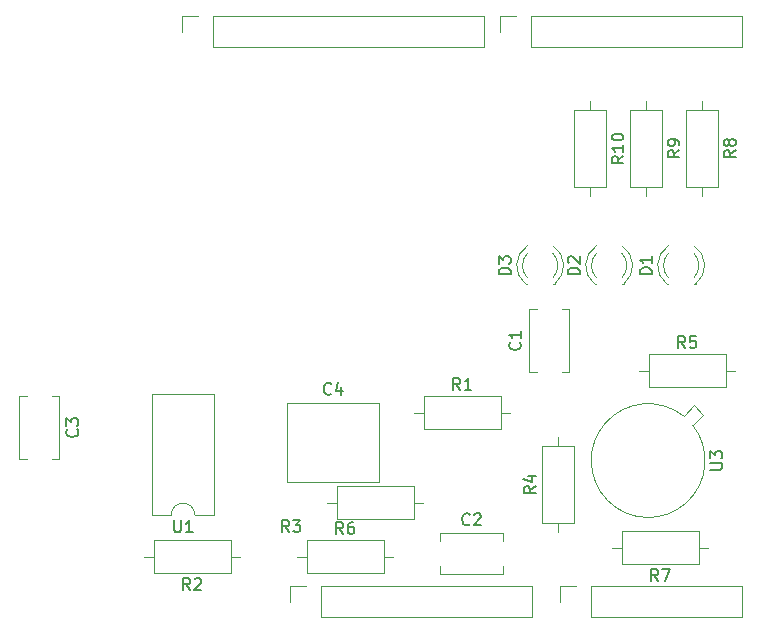
<source format=gbr>
%TF.GenerationSoftware,KiCad,Pcbnew,7.0.8*%
%TF.CreationDate,2025-01-06T14:28:22+01:00*%
%TF.ProjectId,Arduino_UNO,41726475-696e-46f5-9f55-4e4f2e6b6963,rev?*%
%TF.SameCoordinates,Original*%
%TF.FileFunction,Legend,Top*%
%TF.FilePolarity,Positive*%
%FSLAX46Y46*%
G04 Gerber Fmt 4.6, Leading zero omitted, Abs format (unit mm)*
G04 Created by KiCad (PCBNEW 7.0.8) date 2025-01-06 14:28:22*
%MOMM*%
%LPD*%
G01*
G04 APERTURE LIST*
%ADD10C,0.150000*%
%ADD11C,0.120000*%
G04 APERTURE END LIST*
D10*
X141783333Y-90905580D02*
X141735714Y-90953200D01*
X141735714Y-90953200D02*
X141592857Y-91000819D01*
X141592857Y-91000819D02*
X141497619Y-91000819D01*
X141497619Y-91000819D02*
X141354762Y-90953200D01*
X141354762Y-90953200D02*
X141259524Y-90857961D01*
X141259524Y-90857961D02*
X141211905Y-90762723D01*
X141211905Y-90762723D02*
X141164286Y-90572247D01*
X141164286Y-90572247D02*
X141164286Y-90429390D01*
X141164286Y-90429390D02*
X141211905Y-90238914D01*
X141211905Y-90238914D02*
X141259524Y-90143676D01*
X141259524Y-90143676D02*
X141354762Y-90048438D01*
X141354762Y-90048438D02*
X141497619Y-90000819D01*
X141497619Y-90000819D02*
X141592857Y-90000819D01*
X141592857Y-90000819D02*
X141735714Y-90048438D01*
X141735714Y-90048438D02*
X141783333Y-90096057D01*
X142164286Y-90096057D02*
X142211905Y-90048438D01*
X142211905Y-90048438D02*
X142307143Y-90000819D01*
X142307143Y-90000819D02*
X142545238Y-90000819D01*
X142545238Y-90000819D02*
X142640476Y-90048438D01*
X142640476Y-90048438D02*
X142688095Y-90096057D01*
X142688095Y-90096057D02*
X142735714Y-90191295D01*
X142735714Y-90191295D02*
X142735714Y-90286533D01*
X142735714Y-90286533D02*
X142688095Y-90429390D01*
X142688095Y-90429390D02*
X142116667Y-91000819D01*
X142116667Y-91000819D02*
X142735714Y-91000819D01*
X118121333Y-96474819D02*
X117788000Y-95998628D01*
X117549905Y-96474819D02*
X117549905Y-95474819D01*
X117549905Y-95474819D02*
X117930857Y-95474819D01*
X117930857Y-95474819D02*
X118026095Y-95522438D01*
X118026095Y-95522438D02*
X118073714Y-95570057D01*
X118073714Y-95570057D02*
X118121333Y-95665295D01*
X118121333Y-95665295D02*
X118121333Y-95808152D01*
X118121333Y-95808152D02*
X118073714Y-95903390D01*
X118073714Y-95903390D02*
X118026095Y-95951009D01*
X118026095Y-95951009D02*
X117930857Y-95998628D01*
X117930857Y-95998628D02*
X117549905Y-95998628D01*
X118502286Y-95570057D02*
X118549905Y-95522438D01*
X118549905Y-95522438D02*
X118645143Y-95474819D01*
X118645143Y-95474819D02*
X118883238Y-95474819D01*
X118883238Y-95474819D02*
X118978476Y-95522438D01*
X118978476Y-95522438D02*
X119026095Y-95570057D01*
X119026095Y-95570057D02*
X119073714Y-95665295D01*
X119073714Y-95665295D02*
X119073714Y-95760533D01*
X119073714Y-95760533D02*
X119026095Y-95903390D01*
X119026095Y-95903390D02*
X118454667Y-96474819D01*
X118454667Y-96474819D02*
X119073714Y-96474819D01*
X157745333Y-95712819D02*
X157412000Y-95236628D01*
X157173905Y-95712819D02*
X157173905Y-94712819D01*
X157173905Y-94712819D02*
X157554857Y-94712819D01*
X157554857Y-94712819D02*
X157650095Y-94760438D01*
X157650095Y-94760438D02*
X157697714Y-94808057D01*
X157697714Y-94808057D02*
X157745333Y-94903295D01*
X157745333Y-94903295D02*
X157745333Y-95046152D01*
X157745333Y-95046152D02*
X157697714Y-95141390D01*
X157697714Y-95141390D02*
X157650095Y-95189009D01*
X157650095Y-95189009D02*
X157554857Y-95236628D01*
X157554857Y-95236628D02*
X157173905Y-95236628D01*
X158078667Y-94712819D02*
X158745333Y-94712819D01*
X158745333Y-94712819D02*
X158316762Y-95712819D01*
X126503333Y-91564819D02*
X126170000Y-91088628D01*
X125931905Y-91564819D02*
X125931905Y-90564819D01*
X125931905Y-90564819D02*
X126312857Y-90564819D01*
X126312857Y-90564819D02*
X126408095Y-90612438D01*
X126408095Y-90612438D02*
X126455714Y-90660057D01*
X126455714Y-90660057D02*
X126503333Y-90755295D01*
X126503333Y-90755295D02*
X126503333Y-90898152D01*
X126503333Y-90898152D02*
X126455714Y-90993390D01*
X126455714Y-90993390D02*
X126408095Y-91041009D01*
X126408095Y-91041009D02*
X126312857Y-91088628D01*
X126312857Y-91088628D02*
X125931905Y-91088628D01*
X126836667Y-90564819D02*
X127455714Y-90564819D01*
X127455714Y-90564819D02*
X127122381Y-90945771D01*
X127122381Y-90945771D02*
X127265238Y-90945771D01*
X127265238Y-90945771D02*
X127360476Y-90993390D01*
X127360476Y-90993390D02*
X127408095Y-91041009D01*
X127408095Y-91041009D02*
X127455714Y-91136247D01*
X127455714Y-91136247D02*
X127455714Y-91374342D01*
X127455714Y-91374342D02*
X127408095Y-91469580D01*
X127408095Y-91469580D02*
X127360476Y-91517200D01*
X127360476Y-91517200D02*
X127265238Y-91564819D01*
X127265238Y-91564819D02*
X126979524Y-91564819D01*
X126979524Y-91564819D02*
X126884286Y-91517200D01*
X126884286Y-91517200D02*
X126836667Y-91469580D01*
X116754095Y-90598819D02*
X116754095Y-91408342D01*
X116754095Y-91408342D02*
X116801714Y-91503580D01*
X116801714Y-91503580D02*
X116849333Y-91551200D01*
X116849333Y-91551200D02*
X116944571Y-91598819D01*
X116944571Y-91598819D02*
X117135047Y-91598819D01*
X117135047Y-91598819D02*
X117230285Y-91551200D01*
X117230285Y-91551200D02*
X117277904Y-91503580D01*
X117277904Y-91503580D02*
X117325523Y-91408342D01*
X117325523Y-91408342D02*
X117325523Y-90598819D01*
X118325523Y-91598819D02*
X117754095Y-91598819D01*
X118039809Y-91598819D02*
X118039809Y-90598819D01*
X118039809Y-90598819D02*
X117944571Y-90741676D01*
X117944571Y-90741676D02*
X117849333Y-90836914D01*
X117849333Y-90836914D02*
X117754095Y-90884533D01*
X130059333Y-79857580D02*
X130011714Y-79905200D01*
X130011714Y-79905200D02*
X129868857Y-79952819D01*
X129868857Y-79952819D02*
X129773619Y-79952819D01*
X129773619Y-79952819D02*
X129630762Y-79905200D01*
X129630762Y-79905200D02*
X129535524Y-79809961D01*
X129535524Y-79809961D02*
X129487905Y-79714723D01*
X129487905Y-79714723D02*
X129440286Y-79524247D01*
X129440286Y-79524247D02*
X129440286Y-79381390D01*
X129440286Y-79381390D02*
X129487905Y-79190914D01*
X129487905Y-79190914D02*
X129535524Y-79095676D01*
X129535524Y-79095676D02*
X129630762Y-79000438D01*
X129630762Y-79000438D02*
X129773619Y-78952819D01*
X129773619Y-78952819D02*
X129868857Y-78952819D01*
X129868857Y-78952819D02*
X130011714Y-79000438D01*
X130011714Y-79000438D02*
X130059333Y-79048057D01*
X130916476Y-79286152D02*
X130916476Y-79952819D01*
X130678381Y-78905200D02*
X130440286Y-79619485D01*
X130440286Y-79619485D02*
X131059333Y-79619485D01*
X145246819Y-69755094D02*
X144246819Y-69755094D01*
X144246819Y-69755094D02*
X144246819Y-69516999D01*
X144246819Y-69516999D02*
X144294438Y-69374142D01*
X144294438Y-69374142D02*
X144389676Y-69278904D01*
X144389676Y-69278904D02*
X144484914Y-69231285D01*
X144484914Y-69231285D02*
X144675390Y-69183666D01*
X144675390Y-69183666D02*
X144818247Y-69183666D01*
X144818247Y-69183666D02*
X145008723Y-69231285D01*
X145008723Y-69231285D02*
X145103961Y-69278904D01*
X145103961Y-69278904D02*
X145199200Y-69374142D01*
X145199200Y-69374142D02*
X145246819Y-69516999D01*
X145246819Y-69516999D02*
X145246819Y-69755094D01*
X144246819Y-68850332D02*
X144246819Y-68231285D01*
X144246819Y-68231285D02*
X144627771Y-68564618D01*
X144627771Y-68564618D02*
X144627771Y-68421761D01*
X144627771Y-68421761D02*
X144675390Y-68326523D01*
X144675390Y-68326523D02*
X144723009Y-68278904D01*
X144723009Y-68278904D02*
X144818247Y-68231285D01*
X144818247Y-68231285D02*
X145056342Y-68231285D01*
X145056342Y-68231285D02*
X145151580Y-68278904D01*
X145151580Y-68278904D02*
X145199200Y-68326523D01*
X145199200Y-68326523D02*
X145246819Y-68421761D01*
X145246819Y-68421761D02*
X145246819Y-68707475D01*
X145246819Y-68707475D02*
X145199200Y-68802713D01*
X145199200Y-68802713D02*
X145151580Y-68850332D01*
X140981333Y-79542819D02*
X140648000Y-79066628D01*
X140409905Y-79542819D02*
X140409905Y-78542819D01*
X140409905Y-78542819D02*
X140790857Y-78542819D01*
X140790857Y-78542819D02*
X140886095Y-78590438D01*
X140886095Y-78590438D02*
X140933714Y-78638057D01*
X140933714Y-78638057D02*
X140981333Y-78733295D01*
X140981333Y-78733295D02*
X140981333Y-78876152D01*
X140981333Y-78876152D02*
X140933714Y-78971390D01*
X140933714Y-78971390D02*
X140886095Y-79019009D01*
X140886095Y-79019009D02*
X140790857Y-79066628D01*
X140790857Y-79066628D02*
X140409905Y-79066628D01*
X141933714Y-79542819D02*
X141362286Y-79542819D01*
X141648000Y-79542819D02*
X141648000Y-78542819D01*
X141648000Y-78542819D02*
X141552762Y-78685676D01*
X141552762Y-78685676D02*
X141457524Y-78780914D01*
X141457524Y-78780914D02*
X141362286Y-78828533D01*
X159542819Y-59272666D02*
X159066628Y-59605999D01*
X159542819Y-59844094D02*
X158542819Y-59844094D01*
X158542819Y-59844094D02*
X158542819Y-59463142D01*
X158542819Y-59463142D02*
X158590438Y-59367904D01*
X158590438Y-59367904D02*
X158638057Y-59320285D01*
X158638057Y-59320285D02*
X158733295Y-59272666D01*
X158733295Y-59272666D02*
X158876152Y-59272666D01*
X158876152Y-59272666D02*
X158971390Y-59320285D01*
X158971390Y-59320285D02*
X159019009Y-59367904D01*
X159019009Y-59367904D02*
X159066628Y-59463142D01*
X159066628Y-59463142D02*
X159066628Y-59844094D01*
X159542819Y-58796475D02*
X159542819Y-58605999D01*
X159542819Y-58605999D02*
X159495200Y-58510761D01*
X159495200Y-58510761D02*
X159447580Y-58463142D01*
X159447580Y-58463142D02*
X159304723Y-58367904D01*
X159304723Y-58367904D02*
X159114247Y-58320285D01*
X159114247Y-58320285D02*
X158733295Y-58320285D01*
X158733295Y-58320285D02*
X158638057Y-58367904D01*
X158638057Y-58367904D02*
X158590438Y-58415523D01*
X158590438Y-58415523D02*
X158542819Y-58510761D01*
X158542819Y-58510761D02*
X158542819Y-58701237D01*
X158542819Y-58701237D02*
X158590438Y-58796475D01*
X158590438Y-58796475D02*
X158638057Y-58844094D01*
X158638057Y-58844094D02*
X158733295Y-58891713D01*
X158733295Y-58891713D02*
X158971390Y-58891713D01*
X158971390Y-58891713D02*
X159066628Y-58844094D01*
X159066628Y-58844094D02*
X159114247Y-58796475D01*
X159114247Y-58796475D02*
X159161866Y-58701237D01*
X159161866Y-58701237D02*
X159161866Y-58510761D01*
X159161866Y-58510761D02*
X159114247Y-58415523D01*
X159114247Y-58415523D02*
X159066628Y-58367904D01*
X159066628Y-58367904D02*
X158971390Y-58320285D01*
X157184819Y-69750094D02*
X156184819Y-69750094D01*
X156184819Y-69750094D02*
X156184819Y-69511999D01*
X156184819Y-69511999D02*
X156232438Y-69369142D01*
X156232438Y-69369142D02*
X156327676Y-69273904D01*
X156327676Y-69273904D02*
X156422914Y-69226285D01*
X156422914Y-69226285D02*
X156613390Y-69178666D01*
X156613390Y-69178666D02*
X156756247Y-69178666D01*
X156756247Y-69178666D02*
X156946723Y-69226285D01*
X156946723Y-69226285D02*
X157041961Y-69273904D01*
X157041961Y-69273904D02*
X157137200Y-69369142D01*
X157137200Y-69369142D02*
X157184819Y-69511999D01*
X157184819Y-69511999D02*
X157184819Y-69750094D01*
X157184819Y-68226285D02*
X157184819Y-68797713D01*
X157184819Y-68511999D02*
X156184819Y-68511999D01*
X156184819Y-68511999D02*
X156327676Y-68607237D01*
X156327676Y-68607237D02*
X156422914Y-68702475D01*
X156422914Y-68702475D02*
X156470533Y-68797713D01*
X108543580Y-82894666D02*
X108591200Y-82942285D01*
X108591200Y-82942285D02*
X108638819Y-83085142D01*
X108638819Y-83085142D02*
X108638819Y-83180380D01*
X108638819Y-83180380D02*
X108591200Y-83323237D01*
X108591200Y-83323237D02*
X108495961Y-83418475D01*
X108495961Y-83418475D02*
X108400723Y-83466094D01*
X108400723Y-83466094D02*
X108210247Y-83513713D01*
X108210247Y-83513713D02*
X108067390Y-83513713D01*
X108067390Y-83513713D02*
X107876914Y-83466094D01*
X107876914Y-83466094D02*
X107781676Y-83418475D01*
X107781676Y-83418475D02*
X107686438Y-83323237D01*
X107686438Y-83323237D02*
X107638819Y-83180380D01*
X107638819Y-83180380D02*
X107638819Y-83085142D01*
X107638819Y-83085142D02*
X107686438Y-82942285D01*
X107686438Y-82942285D02*
X107734057Y-82894666D01*
X107638819Y-82561332D02*
X107638819Y-81942285D01*
X107638819Y-81942285D02*
X108019771Y-82275618D01*
X108019771Y-82275618D02*
X108019771Y-82132761D01*
X108019771Y-82132761D02*
X108067390Y-82037523D01*
X108067390Y-82037523D02*
X108115009Y-81989904D01*
X108115009Y-81989904D02*
X108210247Y-81942285D01*
X108210247Y-81942285D02*
X108448342Y-81942285D01*
X108448342Y-81942285D02*
X108543580Y-81989904D01*
X108543580Y-81989904D02*
X108591200Y-82037523D01*
X108591200Y-82037523D02*
X108638819Y-82132761D01*
X108638819Y-82132761D02*
X108638819Y-82418475D01*
X108638819Y-82418475D02*
X108591200Y-82513713D01*
X108591200Y-82513713D02*
X108543580Y-82561332D01*
X154792819Y-59748857D02*
X154316628Y-60082190D01*
X154792819Y-60320285D02*
X153792819Y-60320285D01*
X153792819Y-60320285D02*
X153792819Y-59939333D01*
X153792819Y-59939333D02*
X153840438Y-59844095D01*
X153840438Y-59844095D02*
X153888057Y-59796476D01*
X153888057Y-59796476D02*
X153983295Y-59748857D01*
X153983295Y-59748857D02*
X154126152Y-59748857D01*
X154126152Y-59748857D02*
X154221390Y-59796476D01*
X154221390Y-59796476D02*
X154269009Y-59844095D01*
X154269009Y-59844095D02*
X154316628Y-59939333D01*
X154316628Y-59939333D02*
X154316628Y-60320285D01*
X154792819Y-58796476D02*
X154792819Y-59367904D01*
X154792819Y-59082190D02*
X153792819Y-59082190D01*
X153792819Y-59082190D02*
X153935676Y-59177428D01*
X153935676Y-59177428D02*
X154030914Y-59272666D01*
X154030914Y-59272666D02*
X154078533Y-59367904D01*
X153792819Y-58177428D02*
X153792819Y-58082190D01*
X153792819Y-58082190D02*
X153840438Y-57986952D01*
X153840438Y-57986952D02*
X153888057Y-57939333D01*
X153888057Y-57939333D02*
X153983295Y-57891714D01*
X153983295Y-57891714D02*
X154173771Y-57844095D01*
X154173771Y-57844095D02*
X154411866Y-57844095D01*
X154411866Y-57844095D02*
X154602342Y-57891714D01*
X154602342Y-57891714D02*
X154697580Y-57939333D01*
X154697580Y-57939333D02*
X154745200Y-57986952D01*
X154745200Y-57986952D02*
X154792819Y-58082190D01*
X154792819Y-58082190D02*
X154792819Y-58177428D01*
X154792819Y-58177428D02*
X154745200Y-58272666D01*
X154745200Y-58272666D02*
X154697580Y-58320285D01*
X154697580Y-58320285D02*
X154602342Y-58367904D01*
X154602342Y-58367904D02*
X154411866Y-58415523D01*
X154411866Y-58415523D02*
X154173771Y-58415523D01*
X154173771Y-58415523D02*
X153983295Y-58367904D01*
X153983295Y-58367904D02*
X153888057Y-58320285D01*
X153888057Y-58320285D02*
X153840438Y-58272666D01*
X153840438Y-58272666D02*
X153792819Y-58177428D01*
X151088819Y-69755094D02*
X150088819Y-69755094D01*
X150088819Y-69755094D02*
X150088819Y-69516999D01*
X150088819Y-69516999D02*
X150136438Y-69374142D01*
X150136438Y-69374142D02*
X150231676Y-69278904D01*
X150231676Y-69278904D02*
X150326914Y-69231285D01*
X150326914Y-69231285D02*
X150517390Y-69183666D01*
X150517390Y-69183666D02*
X150660247Y-69183666D01*
X150660247Y-69183666D02*
X150850723Y-69231285D01*
X150850723Y-69231285D02*
X150945961Y-69278904D01*
X150945961Y-69278904D02*
X151041200Y-69374142D01*
X151041200Y-69374142D02*
X151088819Y-69516999D01*
X151088819Y-69516999D02*
X151088819Y-69755094D01*
X150184057Y-68802713D02*
X150136438Y-68755094D01*
X150136438Y-68755094D02*
X150088819Y-68659856D01*
X150088819Y-68659856D02*
X150088819Y-68421761D01*
X150088819Y-68421761D02*
X150136438Y-68326523D01*
X150136438Y-68326523D02*
X150184057Y-68278904D01*
X150184057Y-68278904D02*
X150279295Y-68231285D01*
X150279295Y-68231285D02*
X150374533Y-68231285D01*
X150374533Y-68231285D02*
X150517390Y-68278904D01*
X150517390Y-68278904D02*
X151088819Y-68850332D01*
X151088819Y-68850332D02*
X151088819Y-68231285D01*
X160031333Y-75986819D02*
X159698000Y-75510628D01*
X159459905Y-75986819D02*
X159459905Y-74986819D01*
X159459905Y-74986819D02*
X159840857Y-74986819D01*
X159840857Y-74986819D02*
X159936095Y-75034438D01*
X159936095Y-75034438D02*
X159983714Y-75082057D01*
X159983714Y-75082057D02*
X160031333Y-75177295D01*
X160031333Y-75177295D02*
X160031333Y-75320152D01*
X160031333Y-75320152D02*
X159983714Y-75415390D01*
X159983714Y-75415390D02*
X159936095Y-75463009D01*
X159936095Y-75463009D02*
X159840857Y-75510628D01*
X159840857Y-75510628D02*
X159459905Y-75510628D01*
X160936095Y-74986819D02*
X160459905Y-74986819D01*
X160459905Y-74986819D02*
X160412286Y-75463009D01*
X160412286Y-75463009D02*
X160459905Y-75415390D01*
X160459905Y-75415390D02*
X160555143Y-75367771D01*
X160555143Y-75367771D02*
X160793238Y-75367771D01*
X160793238Y-75367771D02*
X160888476Y-75415390D01*
X160888476Y-75415390D02*
X160936095Y-75463009D01*
X160936095Y-75463009D02*
X160983714Y-75558247D01*
X160983714Y-75558247D02*
X160983714Y-75796342D01*
X160983714Y-75796342D02*
X160936095Y-75891580D01*
X160936095Y-75891580D02*
X160888476Y-75939200D01*
X160888476Y-75939200D02*
X160793238Y-75986819D01*
X160793238Y-75986819D02*
X160555143Y-75986819D01*
X160555143Y-75986819D02*
X160459905Y-75939200D01*
X160459905Y-75939200D02*
X160412286Y-75891580D01*
X147360819Y-87720666D02*
X146884628Y-88053999D01*
X147360819Y-88292094D02*
X146360819Y-88292094D01*
X146360819Y-88292094D02*
X146360819Y-87911142D01*
X146360819Y-87911142D02*
X146408438Y-87815904D01*
X146408438Y-87815904D02*
X146456057Y-87768285D01*
X146456057Y-87768285D02*
X146551295Y-87720666D01*
X146551295Y-87720666D02*
X146694152Y-87720666D01*
X146694152Y-87720666D02*
X146789390Y-87768285D01*
X146789390Y-87768285D02*
X146837009Y-87815904D01*
X146837009Y-87815904D02*
X146884628Y-87911142D01*
X146884628Y-87911142D02*
X146884628Y-88292094D01*
X146694152Y-86863523D02*
X147360819Y-86863523D01*
X146313200Y-87101618D02*
X147027485Y-87339713D01*
X147027485Y-87339713D02*
X147027485Y-86720666D01*
X146023580Y-75528666D02*
X146071200Y-75576285D01*
X146071200Y-75576285D02*
X146118819Y-75719142D01*
X146118819Y-75719142D02*
X146118819Y-75814380D01*
X146118819Y-75814380D02*
X146071200Y-75957237D01*
X146071200Y-75957237D02*
X145975961Y-76052475D01*
X145975961Y-76052475D02*
X145880723Y-76100094D01*
X145880723Y-76100094D02*
X145690247Y-76147713D01*
X145690247Y-76147713D02*
X145547390Y-76147713D01*
X145547390Y-76147713D02*
X145356914Y-76100094D01*
X145356914Y-76100094D02*
X145261676Y-76052475D01*
X145261676Y-76052475D02*
X145166438Y-75957237D01*
X145166438Y-75957237D02*
X145118819Y-75814380D01*
X145118819Y-75814380D02*
X145118819Y-75719142D01*
X145118819Y-75719142D02*
X145166438Y-75576285D01*
X145166438Y-75576285D02*
X145214057Y-75528666D01*
X146118819Y-74576285D02*
X146118819Y-75147713D01*
X146118819Y-74861999D02*
X145118819Y-74861999D01*
X145118819Y-74861999D02*
X145261676Y-74957237D01*
X145261676Y-74957237D02*
X145356914Y-75052475D01*
X145356914Y-75052475D02*
X145404533Y-75147713D01*
X131075333Y-91734819D02*
X130742000Y-91258628D01*
X130503905Y-91734819D02*
X130503905Y-90734819D01*
X130503905Y-90734819D02*
X130884857Y-90734819D01*
X130884857Y-90734819D02*
X130980095Y-90782438D01*
X130980095Y-90782438D02*
X131027714Y-90830057D01*
X131027714Y-90830057D02*
X131075333Y-90925295D01*
X131075333Y-90925295D02*
X131075333Y-91068152D01*
X131075333Y-91068152D02*
X131027714Y-91163390D01*
X131027714Y-91163390D02*
X130980095Y-91211009D01*
X130980095Y-91211009D02*
X130884857Y-91258628D01*
X130884857Y-91258628D02*
X130503905Y-91258628D01*
X131932476Y-90734819D02*
X131742000Y-90734819D01*
X131742000Y-90734819D02*
X131646762Y-90782438D01*
X131646762Y-90782438D02*
X131599143Y-90830057D01*
X131599143Y-90830057D02*
X131503905Y-90972914D01*
X131503905Y-90972914D02*
X131456286Y-91163390D01*
X131456286Y-91163390D02*
X131456286Y-91544342D01*
X131456286Y-91544342D02*
X131503905Y-91639580D01*
X131503905Y-91639580D02*
X131551524Y-91687200D01*
X131551524Y-91687200D02*
X131646762Y-91734819D01*
X131646762Y-91734819D02*
X131837238Y-91734819D01*
X131837238Y-91734819D02*
X131932476Y-91687200D01*
X131932476Y-91687200D02*
X131980095Y-91639580D01*
X131980095Y-91639580D02*
X132027714Y-91544342D01*
X132027714Y-91544342D02*
X132027714Y-91306247D01*
X132027714Y-91306247D02*
X131980095Y-91211009D01*
X131980095Y-91211009D02*
X131932476Y-91163390D01*
X131932476Y-91163390D02*
X131837238Y-91115771D01*
X131837238Y-91115771D02*
X131646762Y-91115771D01*
X131646762Y-91115771D02*
X131551524Y-91163390D01*
X131551524Y-91163390D02*
X131503905Y-91211009D01*
X131503905Y-91211009D02*
X131456286Y-91306247D01*
X164292819Y-59272666D02*
X163816628Y-59605999D01*
X164292819Y-59844094D02*
X163292819Y-59844094D01*
X163292819Y-59844094D02*
X163292819Y-59463142D01*
X163292819Y-59463142D02*
X163340438Y-59367904D01*
X163340438Y-59367904D02*
X163388057Y-59320285D01*
X163388057Y-59320285D02*
X163483295Y-59272666D01*
X163483295Y-59272666D02*
X163626152Y-59272666D01*
X163626152Y-59272666D02*
X163721390Y-59320285D01*
X163721390Y-59320285D02*
X163769009Y-59367904D01*
X163769009Y-59367904D02*
X163816628Y-59463142D01*
X163816628Y-59463142D02*
X163816628Y-59844094D01*
X163721390Y-58701237D02*
X163673771Y-58796475D01*
X163673771Y-58796475D02*
X163626152Y-58844094D01*
X163626152Y-58844094D02*
X163530914Y-58891713D01*
X163530914Y-58891713D02*
X163483295Y-58891713D01*
X163483295Y-58891713D02*
X163388057Y-58844094D01*
X163388057Y-58844094D02*
X163340438Y-58796475D01*
X163340438Y-58796475D02*
X163292819Y-58701237D01*
X163292819Y-58701237D02*
X163292819Y-58510761D01*
X163292819Y-58510761D02*
X163340438Y-58415523D01*
X163340438Y-58415523D02*
X163388057Y-58367904D01*
X163388057Y-58367904D02*
X163483295Y-58320285D01*
X163483295Y-58320285D02*
X163530914Y-58320285D01*
X163530914Y-58320285D02*
X163626152Y-58367904D01*
X163626152Y-58367904D02*
X163673771Y-58415523D01*
X163673771Y-58415523D02*
X163721390Y-58510761D01*
X163721390Y-58510761D02*
X163721390Y-58701237D01*
X163721390Y-58701237D02*
X163769009Y-58796475D01*
X163769009Y-58796475D02*
X163816628Y-58844094D01*
X163816628Y-58844094D02*
X163911866Y-58891713D01*
X163911866Y-58891713D02*
X164102342Y-58891713D01*
X164102342Y-58891713D02*
X164197580Y-58844094D01*
X164197580Y-58844094D02*
X164245200Y-58796475D01*
X164245200Y-58796475D02*
X164292819Y-58701237D01*
X164292819Y-58701237D02*
X164292819Y-58510761D01*
X164292819Y-58510761D02*
X164245200Y-58415523D01*
X164245200Y-58415523D02*
X164197580Y-58367904D01*
X164197580Y-58367904D02*
X164102342Y-58320285D01*
X164102342Y-58320285D02*
X163911866Y-58320285D01*
X163911866Y-58320285D02*
X163816628Y-58367904D01*
X163816628Y-58367904D02*
X163769009Y-58415523D01*
X163769009Y-58415523D02*
X163721390Y-58510761D01*
X162170819Y-86288904D02*
X162980342Y-86288904D01*
X162980342Y-86288904D02*
X163075580Y-86241285D01*
X163075580Y-86241285D02*
X163123200Y-86193666D01*
X163123200Y-86193666D02*
X163170819Y-86098428D01*
X163170819Y-86098428D02*
X163170819Y-85907952D01*
X163170819Y-85907952D02*
X163123200Y-85812714D01*
X163123200Y-85812714D02*
X163075580Y-85765095D01*
X163075580Y-85765095D02*
X162980342Y-85717476D01*
X162980342Y-85717476D02*
X162170819Y-85717476D01*
X162170819Y-85336523D02*
X162170819Y-84717476D01*
X162170819Y-84717476D02*
X162551771Y-85050809D01*
X162551771Y-85050809D02*
X162551771Y-84907952D01*
X162551771Y-84907952D02*
X162599390Y-84812714D01*
X162599390Y-84812714D02*
X162647009Y-84765095D01*
X162647009Y-84765095D02*
X162742247Y-84717476D01*
X162742247Y-84717476D02*
X162980342Y-84717476D01*
X162980342Y-84717476D02*
X163075580Y-84765095D01*
X163075580Y-84765095D02*
X163123200Y-84812714D01*
X163123200Y-84812714D02*
X163170819Y-84907952D01*
X163170819Y-84907952D02*
X163170819Y-85193666D01*
X163170819Y-85193666D02*
X163123200Y-85288904D01*
X163123200Y-85288904D02*
X163075580Y-85336523D01*
D11*
%TO.C,J1*%
X129210000Y-98790000D02*
X147050000Y-98790000D01*
X129210000Y-98790000D02*
X129210000Y-96130000D01*
X147050000Y-98790000D02*
X147050000Y-96130000D01*
X126610000Y-97460000D02*
X126610000Y-96130000D01*
X126610000Y-96130000D02*
X127940000Y-96130000D01*
X129210000Y-96130000D02*
X147050000Y-96130000D01*
%TO.C,J3*%
X152070000Y-98790000D02*
X164830000Y-98790000D01*
X152070000Y-98790000D02*
X152070000Y-96130000D01*
X164830000Y-98790000D02*
X164830000Y-96130000D01*
X149470000Y-97460000D02*
X149470000Y-96130000D01*
X149470000Y-96130000D02*
X150800000Y-96130000D01*
X152070000Y-96130000D02*
X164830000Y-96130000D01*
%TO.C,J2*%
X120066000Y-50530000D02*
X142986000Y-50530000D01*
X120066000Y-50530000D02*
X120066000Y-47870000D01*
X142986000Y-50530000D02*
X142986000Y-47870000D01*
X117466000Y-49200000D02*
X117466000Y-47870000D01*
X117466000Y-47870000D02*
X118796000Y-47870000D01*
X120066000Y-47870000D02*
X142986000Y-47870000D01*
%TO.C,J4*%
X146990000Y-50530000D02*
X164830000Y-50530000D01*
X146990000Y-50530000D02*
X146990000Y-47870000D01*
X164830000Y-50530000D02*
X164830000Y-47870000D01*
X144390000Y-49200000D02*
X144390000Y-47870000D01*
X144390000Y-47870000D02*
X145720000Y-47870000D01*
X146990000Y-47870000D02*
X164830000Y-47870000D01*
%TO.C,C2*%
X139280000Y-91675000D02*
X139280000Y-92341000D01*
X139280000Y-91675000D02*
X144620000Y-91675000D01*
X139280000Y-94451000D02*
X139280000Y-95117000D01*
X139280000Y-95117000D02*
X144620000Y-95117000D01*
X144620000Y-91675000D02*
X144620000Y-92341000D01*
X144620000Y-94451000D02*
X144620000Y-95117000D01*
%TO.C,R2*%
X122328000Y-93650000D02*
X121558000Y-93650000D01*
X121558000Y-95020000D02*
X121558000Y-92280000D01*
X121558000Y-92280000D02*
X115018000Y-92280000D01*
X115018000Y-95020000D02*
X121558000Y-95020000D01*
X115018000Y-92280000D02*
X115018000Y-95020000D01*
X114248000Y-93650000D02*
X115018000Y-93650000D01*
%TO.C,R7*%
X161952000Y-92888000D02*
X161182000Y-92888000D01*
X161182000Y-94258000D02*
X161182000Y-91518000D01*
X161182000Y-91518000D02*
X154642000Y-91518000D01*
X154642000Y-94258000D02*
X161182000Y-94258000D01*
X154642000Y-91518000D02*
X154642000Y-94258000D01*
X153872000Y-92888000D02*
X154642000Y-92888000D01*
%TO.C,R3*%
X129742000Y-89078000D02*
X130512000Y-89078000D01*
X130512000Y-87708000D02*
X130512000Y-90448000D01*
X130512000Y-90448000D02*
X137052000Y-90448000D01*
X137052000Y-87708000D02*
X130512000Y-87708000D01*
X137052000Y-90448000D02*
X137052000Y-87708000D01*
X137822000Y-89078000D02*
X137052000Y-89078000D01*
%TO.C,U1*%
X120166000Y-90144000D02*
X120166000Y-79864000D01*
X120166000Y-79864000D02*
X114866000Y-79864000D01*
X118516000Y-90144000D02*
X120166000Y-90144000D01*
X114866000Y-90144000D02*
X116516000Y-90144000D01*
X114866000Y-79864000D02*
X114866000Y-90144000D01*
X118516000Y-90144000D02*
G75*
G03*
X116516000Y-90144000I-1000000J0D01*
G01*
%TO.C,C4*%
X126356000Y-80628000D02*
X126356000Y-87368000D01*
X126356000Y-80628000D02*
X134096000Y-80628000D01*
X126356000Y-87368000D02*
X134096000Y-87368000D01*
X134096000Y-80628000D02*
X134096000Y-87368000D01*
%TO.C,D3*%
X148987515Y-70576999D02*
G75*
G03*
X148830608Y-67344666I-1235515J1559999D01*
G01*
X148831999Y-70057960D02*
G75*
G03*
X148831836Y-67975871I-1079999J1040960D01*
G01*
X146672164Y-67975871D02*
G75*
G03*
X146672001Y-70057960I1079836J-1041129D01*
G01*
X146673392Y-67344666D02*
G75*
G03*
X146516485Y-70576999I1078608J-1672334D01*
G01*
X148832000Y-70577000D02*
X148988000Y-70577000D01*
X146516000Y-70577000D02*
X146672000Y-70577000D01*
%TO.C,R1*%
X137108000Y-81458000D02*
X137878000Y-81458000D01*
X137878000Y-80088000D02*
X137878000Y-82828000D01*
X137878000Y-82828000D02*
X144418000Y-82828000D01*
X144418000Y-80088000D02*
X137878000Y-80088000D01*
X144418000Y-82828000D02*
X144418000Y-80088000D01*
X145188000Y-81458000D02*
X144418000Y-81458000D01*
%TO.C,R9*%
X156718000Y-55066000D02*
X156718000Y-55836000D01*
X158088000Y-55836000D02*
X155348000Y-55836000D01*
X155348000Y-55836000D02*
X155348000Y-62376000D01*
X158088000Y-62376000D02*
X158088000Y-55836000D01*
X155348000Y-62376000D02*
X158088000Y-62376000D01*
X156718000Y-63146000D02*
X156718000Y-62376000D01*
%TO.C,D1*%
X158454000Y-70572000D02*
X158610000Y-70572000D01*
X160770000Y-70572000D02*
X160926000Y-70572000D01*
X158611392Y-67339666D02*
G75*
G03*
X158454485Y-70571999I1078608J-1672334D01*
G01*
X158610164Y-67970871D02*
G75*
G03*
X158610001Y-70052960I1079836J-1041129D01*
G01*
X160769999Y-70052960D02*
G75*
G03*
X160769836Y-67970871I-1079999J1040960D01*
G01*
X160925515Y-70571999D02*
G75*
G03*
X160768608Y-67339666I-1235515J1559999D01*
G01*
%TO.C,C3*%
X107055000Y-80058000D02*
X106389000Y-80058000D01*
X107055000Y-80058000D02*
X107055000Y-85398000D01*
X104279000Y-80058000D02*
X103613000Y-80058000D01*
X103613000Y-80058000D02*
X103613000Y-85398000D01*
X107055000Y-85398000D02*
X106389000Y-85398000D01*
X104279000Y-85398000D02*
X103613000Y-85398000D01*
%TO.C,R10*%
X151968000Y-55066000D02*
X151968000Y-55836000D01*
X153338000Y-55836000D02*
X150598000Y-55836000D01*
X150598000Y-55836000D02*
X150598000Y-62376000D01*
X153338000Y-62376000D02*
X153338000Y-55836000D01*
X150598000Y-62376000D02*
X153338000Y-62376000D01*
X151968000Y-63146000D02*
X151968000Y-62376000D01*
%TO.C,D2*%
X152358000Y-70577000D02*
X152514000Y-70577000D01*
X154674000Y-70577000D02*
X154830000Y-70577000D01*
X152515392Y-67344666D02*
G75*
G03*
X152358485Y-70576999I1078608J-1672334D01*
G01*
X152514164Y-67975871D02*
G75*
G03*
X152514001Y-70057960I1079836J-1041129D01*
G01*
X154673999Y-70057960D02*
G75*
G03*
X154673836Y-67975871I-1079999J1040960D01*
G01*
X154829515Y-70576999D02*
G75*
G03*
X154672608Y-67344666I-1235515J1559999D01*
G01*
%TO.C,R5*%
X156158000Y-77902000D02*
X156928000Y-77902000D01*
X156928000Y-76532000D02*
X156928000Y-79272000D01*
X156928000Y-79272000D02*
X163468000Y-79272000D01*
X163468000Y-76532000D02*
X156928000Y-76532000D01*
X163468000Y-79272000D02*
X163468000Y-76532000D01*
X164238000Y-77902000D02*
X163468000Y-77902000D01*
%TO.C,R4*%
X149276000Y-91594000D02*
X149276000Y-90824000D01*
X147906000Y-90824000D02*
X150646000Y-90824000D01*
X150646000Y-90824000D02*
X150646000Y-84284000D01*
X147906000Y-84284000D02*
X147906000Y-90824000D01*
X150646000Y-84284000D02*
X147906000Y-84284000D01*
X149276000Y-83514000D02*
X149276000Y-84284000D01*
%TO.C,C1*%
X146793000Y-78032000D02*
X147459000Y-78032000D01*
X146793000Y-78032000D02*
X146793000Y-72692000D01*
X149569000Y-78032000D02*
X150235000Y-78032000D01*
X150235000Y-78032000D02*
X150235000Y-72692000D01*
X146793000Y-72692000D02*
X147459000Y-72692000D01*
X149569000Y-72692000D02*
X150235000Y-72692000D01*
%TO.C,R6*%
X127202000Y-93650000D02*
X127972000Y-93650000D01*
X127972000Y-92280000D02*
X127972000Y-95020000D01*
X127972000Y-95020000D02*
X134512000Y-95020000D01*
X134512000Y-92280000D02*
X127972000Y-92280000D01*
X134512000Y-95020000D02*
X134512000Y-92280000D01*
X135282000Y-93650000D02*
X134512000Y-93650000D01*
%TO.C,R8*%
X161468000Y-55066000D02*
X161468000Y-55836000D01*
X162838000Y-55836000D02*
X160098000Y-55836000D01*
X160098000Y-55836000D02*
X160098000Y-62376000D01*
X162838000Y-62376000D02*
X162838000Y-55836000D01*
X160098000Y-62376000D02*
X162838000Y-62376000D01*
X161468000Y-63146000D02*
X161468000Y-62376000D01*
%TO.C,U3*%
X160784039Y-80861144D02*
X159893084Y-81752098D01*
X161561856Y-81638961D02*
X160784039Y-80861144D01*
X160670902Y-82529916D02*
X161561856Y-81638961D01*
X159893371Y-81752327D02*
G75*
G03*
X160670901Y-82529916I-2997371J-3774673D01*
G01*
%TD*%
M02*

</source>
